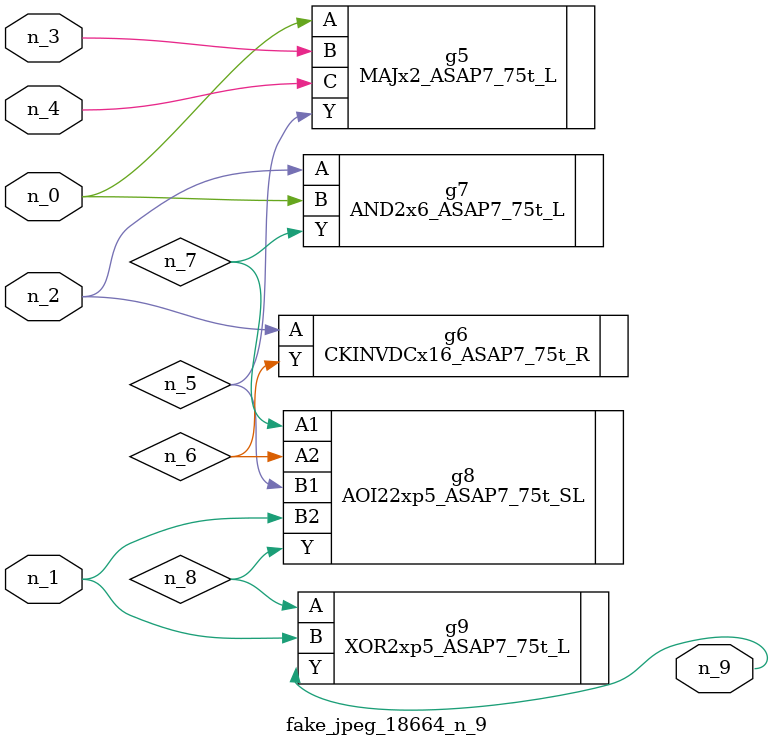
<source format=v>
module fake_jpeg_18664_n_9 (n_3, n_2, n_1, n_0, n_4, n_9);

input n_3;
input n_2;
input n_1;
input n_0;
input n_4;

output n_9;

wire n_8;
wire n_6;
wire n_5;
wire n_7;

MAJx2_ASAP7_75t_L g5 ( 
.A(n_0),
.B(n_3),
.C(n_4),
.Y(n_5)
);

CKINVDCx16_ASAP7_75t_R g6 ( 
.A(n_2),
.Y(n_6)
);

AND2x6_ASAP7_75t_L g7 ( 
.A(n_2),
.B(n_0),
.Y(n_7)
);

AOI22xp5_ASAP7_75t_SL g8 ( 
.A1(n_7),
.A2(n_6),
.B1(n_5),
.B2(n_1),
.Y(n_8)
);

XOR2xp5_ASAP7_75t_L g9 ( 
.A(n_8),
.B(n_1),
.Y(n_9)
);


endmodule
</source>
